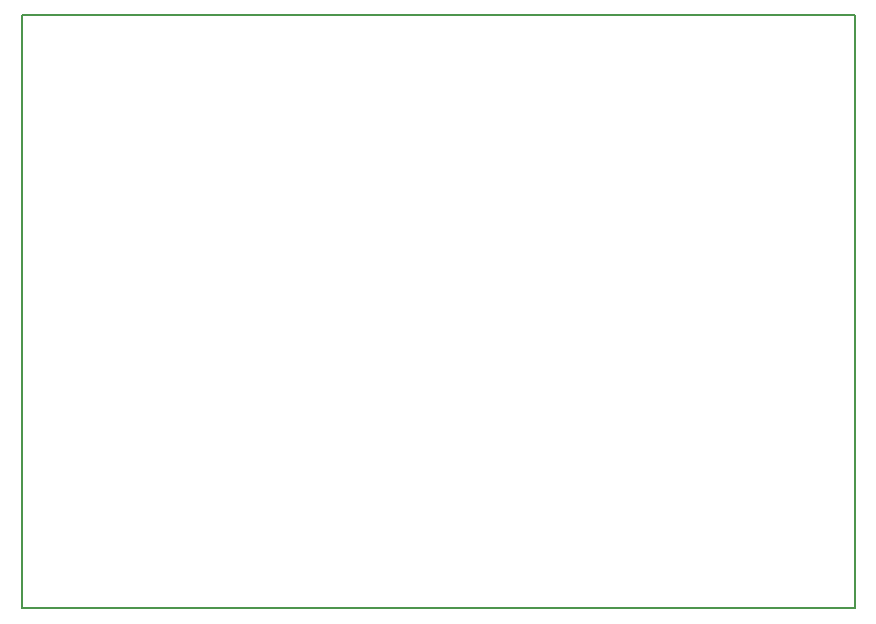
<source format=gbr>
%TF.GenerationSoftware,KiCad,Pcbnew,7.0.9*%
%TF.CreationDate,2024-02-06T23:46:10-08:00*%
%TF.ProjectId,AaronMotorDriver,4161726f-6e4d-46f7-946f-724472697665,rev?*%
%TF.SameCoordinates,Original*%
%TF.FileFunction,Profile,NP*%
%FSLAX46Y46*%
G04 Gerber Fmt 4.6, Leading zero omitted, Abs format (unit mm)*
G04 Created by KiCad (PCBNEW 7.0.9) date 2024-02-06 23:46:10*
%MOMM*%
%LPD*%
G01*
G04 APERTURE LIST*
%TA.AperFunction,Profile*%
%ADD10C,0.200000*%
%TD*%
G04 APERTURE END LIST*
D10*
X167005000Y-71120000D02*
X167005000Y-121285000D01*
X96520000Y-71120000D02*
X167005000Y-71120000D01*
X96520000Y-121285000D02*
X96520000Y-71120000D01*
X167005000Y-121285000D02*
X96520000Y-121285000D01*
M02*

</source>
